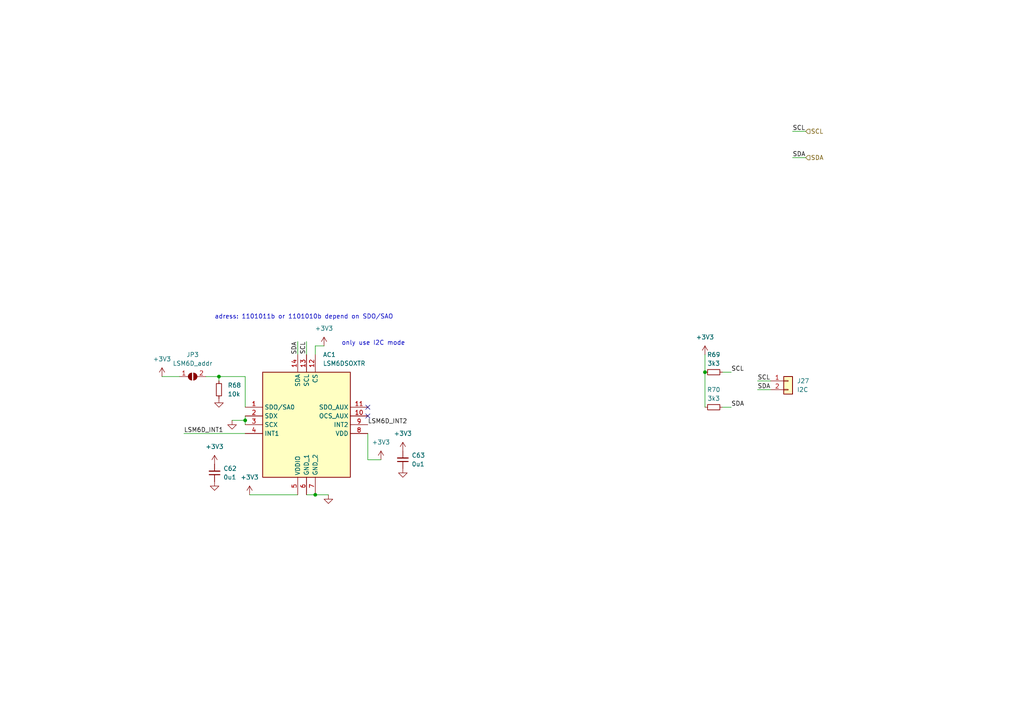
<source format=kicad_sch>
(kicad_sch (version 20231120) (generator "eeschema") (generator_version "8.0")
  (paper "A4")
  (title_block (title "EP5 rearbox ") (date "2024-08-07") (rev "1.0") (company "NTURacing") (comment 1 "郭哲明") (comment 2 "Electrical group"))
  (lib_symbols
    (symbol "Connector_Generic:Conn_01x02" (pin_names (offset 1.016) hide)
      (property "Reference" "J" (at 0 2.54 0))
      (property "Value" "Conn_01x02" (at 0 -5.08 0))
      (symbol "Conn_01x02_1_1"
        (rectangle (start -1.27 -2.413) (end 0 -2.667) (stroke (width 0.1524)))
        (rectangle (start -1.27 0.127) (end 0 -0.127) (stroke (width 0.1524)))
        (rectangle (start -1.27 1.27) (end 1.27 -3.81) (stroke (width 0.254)) (fill (type background)))
        (pin passive line (at -5.08 0 0) (length 3.81) (name "Pin_1") (number "1"))
        (pin passive line (at -5.08 -2.54 0) (length 3.81) (name "Pin_2") (number "2"))
      )
    )
    (symbol "Device:C_Small" (pin_numbers hide) (pin_names (offset 0.254) hide)
      (property "Reference" "C" (at 0.254 1.778 0))
      (property "Value" "C_Small" (at 0.254 -2.032 0))
      (symbol "C_Small_0_1"
        (polyline (pts (xy -1.524 -0.508) (xy 1.524 -0.508)) (stroke (width 0.3302)))
        (polyline (pts (xy -1.524 0.508) (xy 1.524 0.508)) (stroke (width 0.3048)))
      )
      (symbol "C_Small_1_1"
        (pin passive line (at 0 2.54 270) (length 2.032) (name "~") (number "1"))
        (pin passive line (at 0 -2.54 90) (length 2.032) (name "~") (number "2"))
      )
    )
    (symbol "Device:R_Small" (pin_numbers hide) (pin_names (offset 0.254) hide)
      (property "Reference" "R" (at 0.762 0.508 0))
      (property "Value" "R_Small" (at 0.762 -1.016 0))
      (symbol "R_Small_0_1"
        (rectangle (start -0.762 1.778) (end 0.762 -1.778) (stroke (width 0.2032)))
      )
      (symbol "R_Small_1_1"
        (pin passive line (at 0 2.54 270) (length 0.762) (name "~") (number "1"))
        (pin passive line (at 0 -2.54 90) (length 0.762) (name "~") (number "2"))
      )
    )
    (symbol "Jumper:SolderJumper_2_Open" (pin_names (offset 0) hide)
      (property "Reference" "JP" (at 0 2.032 0))
      (property "Value" "SolderJumper_2_Open" (at 0 -2.54 0))
      (symbol "SolderJumper_2_Open_0_1"
        (arc (start -0.254 1.016) (mid -1.2656 0) (end -0.254 -1.016))
        (arc (start -0.254 1.016) (mid -1.2656 0) (end -0.254 -1.016) (fill (type outline)))
        (polyline (pts (xy -0.254 1.016) (xy -0.254 -1.016)))
        (polyline (pts (xy 0.254 1.016) (xy 0.254 -1.016)))
        (arc (start 0.254 -1.016) (mid 1.2656 0) (end 0.254 1.016))
        (arc (start 0.254 -1.016) (mid 1.2656 0) (end 0.254 1.016) (fill (type outline)))
      )
      (symbol "SolderJumper_2_Open_1_1"
        (pin passive line (at -3.81 0 0) (length 2.54) (name "A") (number "1"))
        (pin passive line (at 3.81 0 180) (length 2.54) (name "B") (number "2"))
      )
    )
    (symbol "SamacSys_Parts:LSM6DSOXTR"
      (property "Reference" "AC" (at 31.75 15.24 0))
      (property "Value" "LSM6DSOXTR" (at 31.75 12.7 0))
      (symbol "LSM6DSOXTR_1_1"
        (rectangle (start 5.08 10.16) (end 30.48 -20.32) (stroke (width 0.254)) (fill (type background)))
        (pin passive line (at 0 0 0) (length 5.08) (name "SDO/SA0") (number "1"))
        (pin passive line (at 35.56 -2.54 180) (length 5.08) (name "OCS_AUX") (number "10"))
        (pin passive line (at 35.56 0 180) (length 5.08) (name "SDO_AUX") (number "11"))
        (pin passive line (at 20.32 15.24 270) (length 5.08) (name "CS") (number "12"))
        (pin passive line (at 17.78 15.24 270) (length 5.08) (name "SCL") (number "13"))
        (pin passive line (at 15.24 15.24 270) (length 5.08) (name "SDA") (number "14"))
        (pin passive line (at 0 -2.54 0) (length 5.08) (name "SDX") (number "2"))
        (pin passive line (at 0 -5.08 0) (length 5.08) (name "SCX") (number "3"))
        (pin passive line (at 0 -7.62 0) (length 5.08) (name "INT1") (number "4"))
        (pin passive line (at 15.24 -25.4 90) (length 5.08) (name "VDDIO") (number "5"))
        (pin passive line (at 17.78 -25.4 90) (length 5.08) (name "GND_1") (number "6"))
        (pin passive line (at 20.32 -25.4 90) (length 5.08) (name "GND_2") (number "7"))
        (pin passive line (at 35.56 -7.62 180) (length 5.08) (name "VDD") (number "8"))
        (pin passive line (at 35.56 -5.08 180) (length 5.08) (name "INT2") (number "9"))
      )
    )
    (symbol "power:+3V3" (power) (pin_names (offset 0))
      (property "Value" "+3V3" (at 0 3.556 0))
      (symbol "+3V3_0_1"
        (polyline (pts (xy -0.762 1.27) (xy 0 2.54)))
        (polyline (pts (xy 0 0) (xy 0 2.54)))
        (polyline (pts (xy 0 2.54) (xy 0.762 1.27)))
      )
      (symbol "+3V3_1_1"
        (pin power_in line (at 0 0 90) (length 0) hide (name "+3V3") (number "1"))
      )
    )
    (symbol "power:GND" (power) (pin_names (offset 0))
      (property "Value" "GND" (at 0 -3.81 0))
      (symbol "GND_0_1"
        (polyline (pts (xy 0 0) (xy 0 -1.27) (xy 1.27 -1.27) (xy 0 -2.54) (xy -1.27 -1.27) (xy 0 -1.27)))
      )
      (symbol "GND_1_1"
        (pin power_in line (at 0 0 270) (length 0) hide (name "GND") (number "1"))
      )
    )
  )
  (junction (at 91.44 143.51))
  (junction (at 71.12 121.92))
  (junction (at 204.47 107.95))
  (junction (at 63.5 109.22))
  (no_connect (at 106.68 118.11))
  (no_connect (at 106.68 120.65))
  (wire (pts (xy 106.68 133.35) (xy 106.68 125.73)))
  (wire (pts (xy 204.47 107.95) (xy 204.47 118.11)))
  (wire (pts (xy 93.98 100.33) (xy 91.44 100.33)))
  (wire (pts (xy 209.55 118.11) (xy 212.09 118.11)))
  (wire (pts (xy 95.25 143.51) (xy 91.44 143.51)))
  (wire (pts (xy 71.12 121.92) (xy 71.12 120.65)))
  (wire (pts (xy 72.39 143.51) (xy 86.36 143.51)))
  (wire (pts (xy 91.44 100.33) (xy 91.44 102.87)))
  (wire (pts (xy 229.87 38.1) (xy 233.68 38.1)))
  (wire (pts (xy 71.12 109.22) (xy 71.12 118.11)))
  (wire (pts (xy 110.49 133.35) (xy 106.68 133.35)))
  (wire (pts (xy 71.12 121.92) (xy 71.12 123.19)))
  (wire (pts (xy 209.55 107.95) (xy 212.09 107.95)))
  (wire (pts (xy 59.69 109.22) (xy 63.5 109.22)))
  (wire (pts (xy 63.5 109.22) (xy 71.12 109.22)))
  (wire (pts (xy 91.44 143.51) (xy 88.9 143.51)))
  (wire (pts (xy 67.31 121.92) (xy 71.12 121.92)))
  (wire (pts (xy 219.71 110.49) (xy 223.52 110.49)))
  (wire (pts (xy 63.5 110.49) (xy 63.5 109.22)))
  (wire (pts (xy 229.87 45.72) (xy 233.68 45.72)))
  (wire (pts (xy 219.71 113.03) (xy 223.52 113.03)))
  (wire (pts (xy 86.36 99.06) (xy 86.36 102.87)))
  (wire (pts (xy 46.99 109.22) (xy 52.07 109.22)))
  (wire (pts (xy 204.47 102.87) (xy 204.47 107.95)))
  (wire (pts (xy 88.9 99.06) (xy 88.9 102.87)))
  (wire (pts (xy 53.34 125.73) (xy 71.12 125.73)))
  (text "adress: 1101011b or 1101010b depend on SDO/SAO" (at 62.23 92.71 0) (effects (font (size 1.27 1.27)) (justify left bottom)))
  (text "only use I2C mode" (at 99.06 100.33 0) (effects (font (size 1.27 1.27)) (justify left bottom)))
  (label "SCL" (at 229.87 38.1 0))
  (label "SDA" (at 212.09 118.11 0))
  (label "SCL" (at 219.71 110.49 0))
  (label "SDA" (at 229.87 45.72 0))
  (label "LSM6D_INT2" (at 106.68 123.19 0))
  (label "SDA" (at 219.71 113.03 0))
  (label "LSM6D_INT1" (at 53.34 125.73 0))
  (label "SCL" (at 88.9 99.06 270))
  (label "SDA" (at 86.36 99.06 270))
  (label "SCL" (at 212.09 107.95 0))
  (hierarchical_label "SCL" (shape input) (at 233.68 38.1 0))
  (hierarchical_label "SDA" (shape input) (at 233.68 45.72 0))
  (symbol (lib_id "power:+3V3") (at 46.99 109.22 0) (unit 1)
    (property "Reference" "#PWR0178" (effects (hide yes)))
    (property "Value" "+3V3" (at 46.99 104.14 0))
  )
  (symbol (lib_id "Device:C_Small") (at 62.23 137.16 180) (unit 1)
    (property "Reference" "C62" (at 64.77 135.8836 0) (effects (justify right)))
    (property "Value" "0u1" (at 64.77 138.4236 0) (effects (justify right)))
    (property "Footprint" "Capacitor_SMD:C_0603_1608Metric" (effects (hide yes)))
  )
  (symbol (lib_id "power:+3V3") (at 93.98 100.33 0) (unit 1)
    (property "Reference" "#PWR0187" (effects (hide yes)))
    (property "Value" "+3V3" (at 93.98 95.25 0))
  )
  (symbol (lib_id "power:GND") (at 67.31 121.92 0) (unit 1)
    (property "Reference" "#PWR0185" (effects (hide yes)))
    (property "Value" "GND" (effects (hide yes)))
  )
  (symbol (lib_id "power:+3V3") (at 72.39 143.51 0) (unit 1)
    (property "Reference" "#PWR0186" (effects (hide yes)))
    (property "Value" "+3V3" (at 72.39 138.43 0))
  )
  (symbol (lib_id "Jumper:SolderJumper_2_Open") (at 55.88 109.22 0) (unit 1)
    (property "Reference" "JP3" (at 55.88 102.87 0))
    (property "Value" "LSM6D_addr" (at 55.88 105.41 0))
    (property "Footprint" "Jumper:SolderJumper-2_P1.3mm_Open_RoundedPad1.0x1.5mm" (effects (hide yes)))
  )
  (symbol (lib_id "power:+3V3") (at 204.47 102.87 0) (mirror y) (unit 1)
    (property "Reference" "#PWR0198" (effects (hide yes)))
    (property "Value" "+3V3" (at 204.47 97.79 0))
  )
  (symbol (lib_id "power:+3V3") (at 116.84 130.81 0) (unit 1)
    (property "Reference" "#PWR0190" (effects (hide yes)))
    (property "Value" "+3V3" (at 116.84 125.73 0))
  )
  (symbol (lib_id "SamacSys_Parts:LSM6DSOXTR") (at 71.12 118.11 0) (unit 1)
    (property "Reference" "AC1" (at 93.6341 102.87 0) (effects (justify left)))
    (property "Value" "LSM6DSOXTR" (at 93.6341 105.41 0) (effects (justify left)))
    (property "Footprint" "SamacSys_Parts:LGA-14_1" (effects (hide yes)))
    (property "Datasheet" "https://www.st.com/resource/en/datasheet/lsm6dsox.pdf" (effects (hide yes)))
    (property "Mouser Part Number" "511-LSM6DSOXTR" (effects (hide yes)))
    (property "Mouser Price/Stock" "https://www.mouser.co.uk/ProductDetail/STMicroelectronics/LSM6DSOXTR?qs=l7cgNqFNU1i9dcjzItLpVQ%3D%3D" (effects (hide yes)))
    (property "Manufacturer_Name" "STMicroelectronics" (effects (hide yes)))
    (property "Manufacturer_Part_Number" "LSM6DSOXTR" (effects (hide yes)))
  )
  (symbol (lib_id "Device:R_Small") (at 63.5 113.03 180) (unit 1)
    (property "Reference" "R68" (at 66.04 111.76 0) (effects (justify right)))
    (property "Value" "10k" (at 66.04 114.3 0) (effects (justify right)))
    (property "Footprint" "Resistor_SMD:R_0603_1608Metric" (effects (hide yes)))
  )
  (symbol (lib_id "power:+3V3") (at 62.23 134.62 0) (unit 1)
    (property "Reference" "#PWR0181" (effects (hide yes)))
    (property "Value" "+3V3" (at 62.23 129.54 0))
  )
  (symbol (lib_id "Device:R_Small") (at 207.01 118.11 90) (unit 1)
    (property "Reference" "R70" (at 207.01 113.03 90))
    (property "Value" "3k3" (at 207.01 115.57 90))
    (property "Footprint" "Resistor_SMD:R_0603_1608Metric" (effects (hide yes)))
  )
  (symbol (lib_id "power:GND") (at 63.5 115.57 0) (unit 1)
    (property "Reference" "#PWR0183" (effects (hide yes)))
    (property "Value" "GND" (effects (hide yes)))
  )
  (symbol (lib_id "Device:C_Small") (at 116.84 133.35 180) (unit 1)
    (property "Reference" "C63" (at 119.38 132.0736 0) (effects (justify right)))
    (property "Value" "0u1" (at 119.38 134.6136 0) (effects (justify right)))
    (property "Footprint" "Capacitor_SMD:C_0603_1608Metric" (effects (hide yes)))
  )
  (symbol (lib_id "power:+3V3") (at 110.49 133.35 0) (unit 1)
    (property "Reference" "#PWR0189" (effects (hide yes)))
    (property "Value" "+3V3" (at 110.49 128.27 0))
  )
  (symbol (lib_id "Connector_Generic:Conn_01x02") (at 228.6 110.49 0) (unit 1)
    (property "Reference" "J27" (at 231.14 110.49 0) (effects (justify left)))
    (property "Value" "I2C" (at 231.14 113.03 0) (effects (justify left)))
    (property "Footprint" "Connector_JST:JST_XH_B2B-XH-A_1x02_P2.50mm_Vertical" (effects (hide yes)))
  )
  (symbol (lib_id "power:GND") (at 95.25 143.51 0) (unit 1)
    (property "Reference" "#PWR0188" (effects (hide yes)))
    (property "Value" "GND" (effects (hide yes)))
  )
  (symbol (lib_id "Device:R_Small") (at 207.01 107.95 90) (unit 1)
    (property "Reference" "R69" (at 207.01 102.87 90))
    (property "Value" "3k3" (at 207.01 105.41 90))
    (property "Footprint" "Resistor_SMD:R_0603_1608Metric" (effects (hide yes)))
  )
  (symbol (lib_id "power:GND") (at 62.23 139.7 0) (unit 1)
    (property "Reference" "#PWR0182" (effects (hide yes)))
    (property "Value" "GND" (effects (hide yes)))
  )
  (symbol (lib_id "power:GND") (at 116.84 135.89 0) (unit 1)
    (property "Reference" "#PWR0191" (effects (hide yes)))
    (property "Value" "GND" (effects (hide yes)))
  )
)
</source>
